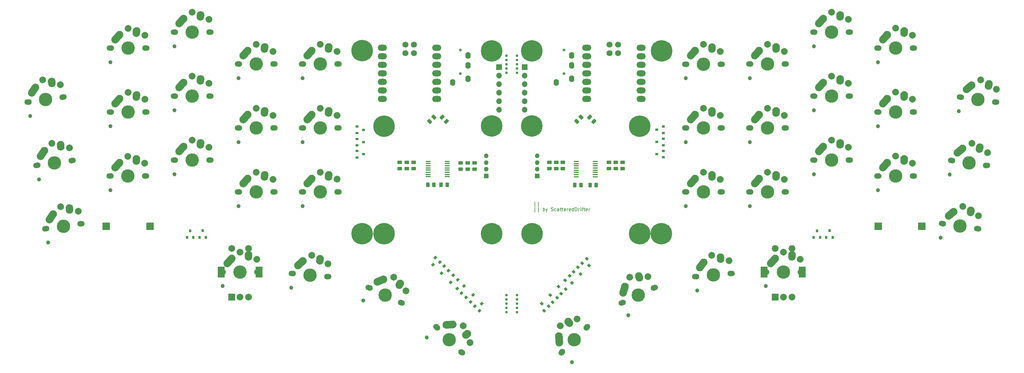
<source format=gbr>
G04 #@! TF.GenerationSoftware,KiCad,Pcbnew,(6.0.7)*
G04 #@! TF.CreationDate,2022-09-25T19:35:04+02:00*
G04 #@! TF.ProjectId,xiao_split,7869616f-5f73-4706-9c69-742e6b696361,rev?*
G04 #@! TF.SameCoordinates,Original*
G04 #@! TF.FileFunction,Soldermask,Top*
G04 #@! TF.FilePolarity,Negative*
%FSLAX46Y46*%
G04 Gerber Fmt 4.6, Leading zero omitted, Abs format (unit mm)*
G04 Created by KiCad (PCBNEW (6.0.7)) date 2022-09-25 19:35:04*
%MOMM*%
%LPD*%
G01*
G04 APERTURE LIST*
G04 Aperture macros list*
%AMRoundRect*
0 Rectangle with rounded corners*
0 $1 Rounding radius*
0 $2 $3 $4 $5 $6 $7 $8 $9 X,Y pos of 4 corners*
0 Add a 4 corners polygon primitive as box body*
4,1,4,$2,$3,$4,$5,$6,$7,$8,$9,$2,$3,0*
0 Add four circle primitives for the rounded corners*
1,1,$1+$1,$2,$3*
1,1,$1+$1,$4,$5*
1,1,$1+$1,$6,$7*
1,1,$1+$1,$8,$9*
0 Add four rect primitives between the rounded corners*
20,1,$1+$1,$2,$3,$4,$5,0*
20,1,$1+$1,$4,$5,$6,$7,0*
20,1,$1+$1,$6,$7,$8,$9,0*
20,1,$1+$1,$8,$9,$2,$3,0*%
%AMHorizOval*
0 Thick line with rounded ends*
0 $1 width*
0 $2 $3 position (X,Y) of the first rounded end (center of the circle)*
0 $4 $5 position (X,Y) of the second rounded end (center of the circle)*
0 Add line between two ends*
20,1,$1,$2,$3,$4,$5,0*
0 Add two circle primitives to create the rounded ends*
1,1,$1,$2,$3*
1,1,$1,$4,$5*%
%AMRotRect*
0 Rectangle, with rotation*
0 The origin of the aperture is its center*
0 $1 length*
0 $2 width*
0 $3 Rotation angle, in degrees counterclockwise*
0 Add horizontal line*
21,1,$1,$2,0,0,$3*%
G04 Aperture macros list end*
%ADD10C,0.150000*%
%ADD11C,1.750000*%
%ADD12C,3.987800*%
%ADD13C,1.700000*%
%ADD14C,1.200000*%
%ADD15C,2.000000*%
%ADD16HorizOval,2.250000X0.019771X0.290016X-0.019771X-0.290016X0*%
%ADD17C,2.250000*%
%ADD18HorizOval,2.250000X0.654995X0.730004X-0.654995X-0.730004X0*%
%ADD19RoundRect,0.250000X0.450000X-0.262500X0.450000X0.262500X-0.450000X0.262500X-0.450000X-0.262500X0*%
%ADD20R,1.350000X1.350000*%
%ADD21O,1.350000X1.350000*%
%ADD22RotRect,0.900000X0.800000X315.000000*%
%ADD23C,0.800000*%
%ADD24O,1.600000X2.000000*%
%ADD25RoundRect,0.250000X0.262500X0.450000X-0.262500X0.450000X-0.262500X-0.450000X0.262500X-0.450000X0*%
%ADD26RoundRect,0.250000X-0.132583X0.503814X-0.503814X0.132583X0.132583X-0.503814X0.503814X-0.132583X0*%
%ADD27RotRect,0.900000X0.800000X135.000000*%
%ADD28R,0.800000X0.900000*%
%ADD29RoundRect,0.250000X-0.450000X0.262500X-0.450000X-0.262500X0.450000X-0.262500X0.450000X0.262500X0*%
%ADD30C,0.787400*%
%ADD31RotRect,0.900000X0.800000X225.000000*%
%ADD32HorizOval,2.250000X-0.020784X0.289945X0.020784X-0.289945X0*%
%ADD33HorizOval,2.250000X0.547024X0.814058X-0.547024X-0.814058X0*%
%ADD34R,2.000000X3.200000*%
%ADD35R,2.000000X2.000000*%
%ADD36HorizOval,2.250000X-0.104647X0.271199X0.104647X-0.271199X0*%
%ADD37HorizOval,2.250000X0.285114X0.938422X-0.285114X-0.938422X0*%
%ADD38R,1.700000X1.700000*%
%ADD39O,1.700000X1.700000*%
%ADD40R,0.900000X0.800000*%
%ADD41RotRect,0.900000X0.800000X45.000000*%
%ADD42C,6.400000*%
%ADD43HorizOval,2.250000X0.044973X0.287189X-0.044973X-0.287189X0*%
%ADD44HorizOval,2.250000X0.716127X0.670140X-0.716127X-0.670140X0*%
%ADD45HorizOval,2.250000X0.059941X0.284442X-0.059941X-0.284442X0*%
%ADD46HorizOval,2.250000X0.750218X0.631742X-0.750218X-0.631742X0*%
%ADD47O,2.750000X1.800000*%
%ADD48C,1.800000*%
%ADD49RoundRect,0.250000X0.503814X0.132583X0.132583X0.503814X-0.503814X-0.132583X-0.132583X-0.503814X0*%
%ADD50RoundRect,0.100000X-0.637500X-0.100000X0.637500X-0.100000X0.637500X0.100000X-0.637500X0.100000X0*%
%ADD51R,2.300000X2.300000*%
%ADD52HorizOval,2.250000X0.219053X0.191092X-0.219053X-0.191092X0*%
%ADD53HorizOval,2.250000X0.979343X0.053039X-0.979343X-0.053039X0*%
%ADD54RoundRect,0.250000X-0.262500X-0.450000X0.262500X-0.450000X0.262500X0.450000X-0.262500X0.450000X0*%
%ADD55HorizOval,2.250000X-0.005580X0.290635X0.005580X-0.290635X0*%
%ADD56HorizOval,2.250000X0.588879X0.784313X-0.588879X-0.784313X0*%
%ADD57HorizOval,2.250000X-0.191092X0.219053X0.191092X-0.219053X0*%
%ADD58HorizOval,2.250000X-0.053039X0.979343X0.053039X-0.979343X0*%
%ADD59HorizOval,2.250000X0.140485X0.254488X-0.140485X-0.254488X0*%
%ADD60HorizOval,2.250000X0.902141X0.384796X-0.902141X-0.384796X0*%
G04 APERTURE END LIST*
D10*
X221613690Y-92520714D02*
X221613690Y-91092142D01*
X222566071Y-92520714D02*
X222566071Y-91092142D01*
X221613690Y-94130714D02*
X221613690Y-92702142D01*
X222566071Y-94130714D02*
X222566071Y-92702142D01*
X224042261Y-93797380D02*
X224042261Y-92797380D01*
X224042261Y-93178333D02*
X224137500Y-93130714D01*
X224327976Y-93130714D01*
X224423214Y-93178333D01*
X224470833Y-93225952D01*
X224518452Y-93321190D01*
X224518452Y-93606904D01*
X224470833Y-93702142D01*
X224423214Y-93749761D01*
X224327976Y-93797380D01*
X224137500Y-93797380D01*
X224042261Y-93749761D01*
X224851785Y-93130714D02*
X225089880Y-93797380D01*
X225327976Y-93130714D02*
X225089880Y-93797380D01*
X224994642Y-94035476D01*
X224947023Y-94083095D01*
X224851785Y-94130714D01*
X226423214Y-93749761D02*
X226566071Y-93797380D01*
X226804166Y-93797380D01*
X226899404Y-93749761D01*
X226947023Y-93702142D01*
X226994642Y-93606904D01*
X226994642Y-93511666D01*
X226947023Y-93416428D01*
X226899404Y-93368809D01*
X226804166Y-93321190D01*
X226613690Y-93273571D01*
X226518452Y-93225952D01*
X226470833Y-93178333D01*
X226423214Y-93083095D01*
X226423214Y-92987857D01*
X226470833Y-92892619D01*
X226518452Y-92845000D01*
X226613690Y-92797380D01*
X226851785Y-92797380D01*
X226994642Y-92845000D01*
X227851785Y-93749761D02*
X227756547Y-93797380D01*
X227566071Y-93797380D01*
X227470833Y-93749761D01*
X227423214Y-93702142D01*
X227375595Y-93606904D01*
X227375595Y-93321190D01*
X227423214Y-93225952D01*
X227470833Y-93178333D01*
X227566071Y-93130714D01*
X227756547Y-93130714D01*
X227851785Y-93178333D01*
X228708928Y-93797380D02*
X228708928Y-93273571D01*
X228661309Y-93178333D01*
X228566071Y-93130714D01*
X228375595Y-93130714D01*
X228280357Y-93178333D01*
X228708928Y-93749761D02*
X228613690Y-93797380D01*
X228375595Y-93797380D01*
X228280357Y-93749761D01*
X228232738Y-93654523D01*
X228232738Y-93559285D01*
X228280357Y-93464047D01*
X228375595Y-93416428D01*
X228613690Y-93416428D01*
X228708928Y-93368809D01*
X229042261Y-93130714D02*
X229423214Y-93130714D01*
X229185119Y-92797380D02*
X229185119Y-93654523D01*
X229232738Y-93749761D01*
X229327976Y-93797380D01*
X229423214Y-93797380D01*
X229613690Y-93130714D02*
X229994642Y-93130714D01*
X229756547Y-92797380D02*
X229756547Y-93654523D01*
X229804166Y-93749761D01*
X229899404Y-93797380D01*
X229994642Y-93797380D01*
X230708928Y-93749761D02*
X230613690Y-93797380D01*
X230423214Y-93797380D01*
X230327976Y-93749761D01*
X230280357Y-93654523D01*
X230280357Y-93273571D01*
X230327976Y-93178333D01*
X230423214Y-93130714D01*
X230613690Y-93130714D01*
X230708928Y-93178333D01*
X230756547Y-93273571D01*
X230756547Y-93368809D01*
X230280357Y-93464047D01*
X231185119Y-93797380D02*
X231185119Y-93130714D01*
X231185119Y-93321190D02*
X231232738Y-93225952D01*
X231280357Y-93178333D01*
X231375595Y-93130714D01*
X231470833Y-93130714D01*
X232185119Y-93749761D02*
X232089880Y-93797380D01*
X231899404Y-93797380D01*
X231804166Y-93749761D01*
X231756547Y-93654523D01*
X231756547Y-93273571D01*
X231804166Y-93178333D01*
X231899404Y-93130714D01*
X232089880Y-93130714D01*
X232185119Y-93178333D01*
X232232738Y-93273571D01*
X232232738Y-93368809D01*
X231756547Y-93464047D01*
X233089880Y-93797380D02*
X233089880Y-92797380D01*
X233089880Y-93749761D02*
X232994642Y-93797380D01*
X232804166Y-93797380D01*
X232708928Y-93749761D01*
X232661309Y-93702142D01*
X232613690Y-93606904D01*
X232613690Y-93321190D01*
X232661309Y-93225952D01*
X232708928Y-93178333D01*
X232804166Y-93130714D01*
X232994642Y-93130714D01*
X233089880Y-93178333D01*
X233566071Y-93797380D02*
X233566071Y-92797380D01*
X233804166Y-92797380D01*
X233947023Y-92845000D01*
X234042261Y-92940238D01*
X234089880Y-93035476D01*
X234137500Y-93225952D01*
X234137500Y-93368809D01*
X234089880Y-93559285D01*
X234042261Y-93654523D01*
X233947023Y-93749761D01*
X233804166Y-93797380D01*
X233566071Y-93797380D01*
X234566071Y-93797380D02*
X234566071Y-93130714D01*
X234566071Y-93321190D02*
X234613690Y-93225952D01*
X234661309Y-93178333D01*
X234756547Y-93130714D01*
X234851785Y-93130714D01*
X235185119Y-93797380D02*
X235185119Y-93130714D01*
X235185119Y-92797380D02*
X235137500Y-92845000D01*
X235185119Y-92892619D01*
X235232738Y-92845000D01*
X235185119Y-92797380D01*
X235185119Y-92892619D01*
X235518452Y-93130714D02*
X235899404Y-93130714D01*
X235661309Y-93797380D02*
X235661309Y-92940238D01*
X235708928Y-92845000D01*
X235804166Y-92797380D01*
X235899404Y-92797380D01*
X236089880Y-93130714D02*
X236470833Y-93130714D01*
X236232738Y-92797380D02*
X236232738Y-93654523D01*
X236280357Y-93749761D01*
X236375595Y-93797380D01*
X236470833Y-93797380D01*
X237185119Y-93749761D02*
X237089880Y-93797380D01*
X236899404Y-93797380D01*
X236804166Y-93749761D01*
X236756547Y-93654523D01*
X236756547Y-93273571D01*
X236804166Y-93178333D01*
X236899404Y-93130714D01*
X237089880Y-93130714D01*
X237185119Y-93178333D01*
X237232738Y-93273571D01*
X237232738Y-93368809D01*
X236756547Y-93464047D01*
X237661309Y-93797380D02*
X237661309Y-93130714D01*
X237661309Y-93321190D02*
X237708928Y-93225952D01*
X237756547Y-93178333D01*
X237851785Y-93130714D01*
X237947023Y-93130714D01*
D11*
G04 #@! TO.C,K12*
X124703235Y-78672271D03*
X114543235Y-78672271D03*
D12*
X119623235Y-78672271D03*
D13*
X125123235Y-78672271D03*
D14*
X114403235Y-82872271D03*
D13*
X114123235Y-78672271D03*
D15*
X124623235Y-74872271D03*
D16*
X122143006Y-73882255D03*
D17*
X122163235Y-73592271D03*
D15*
X119623235Y-72772271D03*
D17*
X117123235Y-74672271D03*
D18*
X116468230Y-75402267D03*
G04 #@! TD*
D11*
G04 #@! TO.C,K22*
X276780000Y-69142500D03*
D14*
X266480000Y-73342500D03*
D12*
X271700000Y-69142500D03*
D13*
X277200000Y-69142500D03*
D11*
X266620000Y-69142500D03*
D13*
X266200000Y-69142500D03*
D16*
X274219771Y-64352484D03*
D15*
X276700000Y-65342500D03*
D17*
X274240000Y-64062500D03*
D15*
X271700000Y-63242500D03*
D18*
X268544995Y-65872496D03*
D17*
X269200000Y-65142500D03*
G04 #@! TD*
D19*
G04 #@! TO.C,R8*
X183500000Y-81192500D03*
X183500000Y-79367500D03*
G04 #@! TD*
D20*
G04 #@! TO.C,J6*
X222240000Y-83400000D03*
D21*
X222240000Y-81400000D03*
X222240000Y-79400000D03*
X222240000Y-77400000D03*
G04 #@! TD*
D13*
G04 #@! TO.C,K27*
X296250000Y-88192500D03*
D12*
X290750000Y-88192500D03*
D11*
X285670000Y-88192500D03*
D14*
X285530000Y-92392500D03*
D11*
X295830000Y-88192500D03*
D13*
X285250000Y-88192500D03*
D17*
X293290000Y-83112500D03*
D16*
X293269771Y-83402484D03*
D15*
X295750000Y-84392500D03*
D17*
X288250000Y-84192500D03*
D18*
X287594995Y-84922496D03*
D15*
X290750000Y-82292500D03*
G04 #@! TD*
D22*
G04 #@! TO.C,D49*
X234414645Y-110573642D03*
X233071142Y-111917145D03*
X235157107Y-112659607D03*
G04 #@! TD*
D23*
G04 #@! TO.C,J1*
X199420000Y-52897500D03*
X199420000Y-45897500D03*
D24*
X201720000Y-47497500D03*
X197120000Y-55597500D03*
X201720000Y-50497500D03*
X201720000Y-54497500D03*
G04 #@! TD*
D23*
G04 #@! TO.C,J4*
X230220000Y-52897500D03*
X230220000Y-45897500D03*
D24*
X232520000Y-47497500D03*
X227920000Y-55597500D03*
X232520000Y-50497500D03*
X232520000Y-54497500D03*
G04 #@! TD*
D19*
G04 #@! TO.C,R16*
X227900000Y-81202500D03*
X227900000Y-79377500D03*
G04 #@! TD*
D25*
G04 #@! TO.C,R2*
X195482500Y-86080000D03*
X193657500Y-86080000D03*
G04 #@! TD*
D26*
G04 #@! TO.C,R7*
X191515235Y-65854765D03*
X190224765Y-67145235D03*
G04 #@! TD*
D27*
G04 #@! TO.C,D60*
X224335355Y-123511358D03*
X225678858Y-122167855D03*
X223592893Y-121425393D03*
G04 #@! TD*
D13*
G04 #@! TO.C,K8*
X95050000Y-83434771D03*
D12*
X100550000Y-83434771D03*
D11*
X105630000Y-83434771D03*
D13*
X106050000Y-83434771D03*
D14*
X95330000Y-87634771D03*
D11*
X95470000Y-83434771D03*
D15*
X105550000Y-79634771D03*
D16*
X103069771Y-78644755D03*
D17*
X103090000Y-78354771D03*
D18*
X97394995Y-80164767D03*
D15*
X100550000Y-77534771D03*
D17*
X98050000Y-79434771D03*
G04 #@! TD*
D12*
G04 #@! TO.C,K14*
X138673235Y-50097271D03*
D11*
X133593235Y-50097271D03*
D13*
X133173235Y-50097271D03*
D11*
X143753235Y-50097271D03*
D14*
X133453235Y-54297271D03*
D13*
X144173235Y-50097271D03*
D17*
X141213235Y-45017271D03*
D15*
X143673235Y-46297271D03*
D16*
X141193006Y-45307255D03*
D18*
X135518230Y-46827267D03*
D17*
X136173235Y-46097271D03*
D15*
X138673235Y-44197271D03*
G04 #@! TD*
D28*
G04 #@! TO.C,D5*
X118110000Y-101730000D03*
X120010000Y-101730000D03*
X119060000Y-99730000D03*
G04 #@! TD*
D13*
G04 #@! TO.C,K7*
X106073235Y-64384771D03*
D11*
X105653235Y-64384771D03*
D14*
X95353235Y-68584771D03*
D12*
X100573235Y-64384771D03*
D11*
X95493235Y-64384771D03*
D13*
X95073235Y-64384771D03*
D17*
X103113235Y-59304771D03*
D15*
X105573235Y-60584771D03*
D16*
X103093006Y-59594755D03*
D18*
X97418230Y-61114767D03*
D15*
X100573235Y-58484771D03*
D17*
X98073235Y-60384771D03*
G04 #@! TD*
D13*
G04 #@! TO.C,K32*
X301012500Y-112005000D03*
D12*
X295512500Y-112005000D03*
D11*
X300592500Y-112005000D03*
D13*
X290012500Y-112005000D03*
D11*
X290432500Y-112005000D03*
D14*
X290292500Y-116205000D03*
D16*
X298032271Y-107214984D03*
D15*
X300512500Y-108205000D03*
D17*
X298052500Y-106925000D03*
D15*
X295512500Y-106105000D03*
D17*
X293012500Y-108005000D03*
D18*
X292357495Y-108734996D03*
G04 #@! TD*
D19*
G04 #@! TO.C,R6*
X201570000Y-81352500D03*
X201570000Y-79527500D03*
G04 #@! TD*
D11*
G04 #@! TO.C,K6*
X105653235Y-45334771D03*
D13*
X95073235Y-45334771D03*
D12*
X100573235Y-45334771D03*
D11*
X95493235Y-45334771D03*
D13*
X106073235Y-45334771D03*
D14*
X95353235Y-49534771D03*
D15*
X105573235Y-41534771D03*
D17*
X103113235Y-40254771D03*
D16*
X103093006Y-40544755D03*
D17*
X98073235Y-41334771D03*
D18*
X97418230Y-42064767D03*
D15*
X100573235Y-39434771D03*
G04 #@! TD*
D29*
G04 #@! TO.C,R15*
X245610000Y-79377500D03*
X245610000Y-81202500D03*
G04 #@! TD*
D19*
G04 #@! TO.C,R1*
X199490000Y-81352500D03*
X199490000Y-79527500D03*
G04 #@! TD*
D30*
G04 #@! TO.C,REF\u002A\u002A*
X216235150Y-120120000D03*
X216235150Y-122660000D03*
X216235150Y-118850000D03*
X216235150Y-121390000D03*
X216235150Y-123930000D03*
G04 #@! TD*
D31*
G04 #@! TO.C,D29*
X198638858Y-114304645D03*
X197295355Y-112961142D03*
X196552893Y-115047107D03*
G04 #@! TD*
D13*
G04 #@! TO.C,K2*
X70603526Y-61425452D03*
D11*
X71019438Y-61366999D03*
D13*
X81496474Y-59894548D03*
D14*
X71465328Y-65545609D03*
D11*
X81080562Y-59953001D03*
D12*
X76050000Y-60660000D03*
D32*
X77878607Y-55565916D03*
D17*
X77858282Y-55275939D03*
D15*
X80472483Y-56201116D03*
X75228879Y-54817418D03*
D33*
X72470603Y-57860911D03*
D17*
X73017637Y-57046860D03*
G04 #@! TD*
D34*
G04 #@! TO.C,SW1*
X128310735Y-112009771D03*
X139510735Y-112009771D03*
D35*
X131410735Y-119509771D03*
D15*
X136410735Y-119509771D03*
X133910735Y-119509771D03*
X136410735Y-105009771D03*
X131410735Y-105009771D03*
G04 #@! TD*
D11*
G04 #@! TO.C,K35*
X323770000Y-83430000D03*
D13*
X323350000Y-83430000D03*
X334350000Y-83430000D03*
D11*
X333930000Y-83430000D03*
D12*
X328850000Y-83430000D03*
D14*
X323630000Y-87630000D03*
D16*
X331369771Y-78639984D03*
D15*
X333850000Y-79630000D03*
D17*
X331390000Y-78350000D03*
D18*
X325694995Y-80159996D03*
D15*
X328850000Y-77530000D03*
D17*
X326350000Y-79430000D03*
G04 #@! TD*
D19*
G04 #@! TO.C,R18*
X225900000Y-81202500D03*
X225900000Y-79377500D03*
G04 #@! TD*
D14*
G04 #@! TO.C,K24*
X249360553Y-124916906D03*
D12*
X252316483Y-118904346D03*
D11*
X256920527Y-116757445D03*
X247712439Y-121051247D03*
D13*
X257301176Y-116579946D03*
X247331790Y-121228746D03*
D15*
X255242073Y-113347285D03*
D17*
X252471604Y-113226852D03*
D36*
X252575823Y-113498216D03*
D15*
X249823035Y-113557130D03*
D37*
X248075114Y-117274078D03*
D17*
X248360240Y-116335661D03*
G04 #@! TD*
D38*
G04 #@! TO.C,J5*
X218530000Y-50980000D03*
D39*
X218530000Y-53520000D03*
X218530000Y-56060000D03*
X218530000Y-58600000D03*
X218530000Y-61140000D03*
X218530000Y-63680000D03*
G04 #@! TD*
D40*
G04 #@! TO.C,D6*
X168640000Y-75980000D03*
X168640000Y-77880000D03*
X170640000Y-76930000D03*
G04 #@! TD*
D11*
G04 #@! TO.C,K1*
X138990735Y-112009771D03*
D14*
X128690735Y-116209771D03*
D13*
X128410735Y-112009771D03*
D12*
X133910735Y-112009771D03*
D11*
X128830735Y-112009771D03*
D13*
X139410735Y-112009771D03*
D16*
X136430506Y-107219755D03*
D17*
X136450735Y-106929771D03*
D15*
X138910735Y-108209771D03*
X133910735Y-106109771D03*
D18*
X130755730Y-108739767D03*
D17*
X131410735Y-108009771D03*
G04 #@! TD*
D22*
G04 #@! TO.C,D37*
X231884645Y-113121142D03*
X230541142Y-114464645D03*
X232627107Y-115207107D03*
G04 #@! TD*
D28*
G04 #@! TO.C,D17*
X121850000Y-101680000D03*
X123750000Y-101680000D03*
X122800000Y-99680000D03*
G04 #@! TD*
D41*
G04 #@! TO.C,D8*
X203711142Y-122185355D03*
X205054645Y-123528858D03*
X205797107Y-121442893D03*
G04 #@! TD*
D11*
G04 #@! TO.C,K21*
X276790000Y-50100000D03*
D13*
X277210000Y-50100000D03*
D11*
X266630000Y-50100000D03*
D14*
X266490000Y-54300000D03*
D12*
X271710000Y-50100000D03*
D13*
X266210000Y-50100000D03*
D15*
X276710000Y-46300000D03*
D17*
X274250000Y-45020000D03*
D16*
X274229771Y-45309984D03*
D15*
X271710000Y-44200000D03*
D18*
X268554995Y-46829996D03*
D17*
X269210000Y-46100000D03*
G04 #@! TD*
D23*
G04 #@! TO.C,REF\u002A\u002A*
X167830000Y-100590000D03*
X171927056Y-98892944D03*
X168532944Y-98892944D03*
X168532944Y-102287056D03*
D42*
X170230000Y-100590000D03*
D23*
X171927056Y-102287056D03*
X170230000Y-98190000D03*
X172630000Y-100590000D03*
X170230000Y-102990000D03*
G04 #@! TD*
D27*
G04 #@! TO.C,D50*
X226875355Y-120971358D03*
X228218858Y-119627855D03*
X226132893Y-118885393D03*
G04 #@! TD*
D23*
G04 #@! TO.C,REF\u002A\u002A*
X208700000Y-48520000D03*
D42*
X208700000Y-46120000D03*
D23*
X207002944Y-44422944D03*
X208700000Y-43720000D03*
X210397056Y-47817056D03*
X211100000Y-46120000D03*
X206300000Y-46120000D03*
X210397056Y-44422944D03*
X207002944Y-47817056D03*
G04 #@! TD*
D11*
G04 #@! TO.C,K5*
X149659331Y-112487249D03*
D14*
X149153810Y-116659065D03*
D11*
X159780669Y-113372751D03*
D13*
X160199071Y-113409357D03*
D12*
X154720000Y-112930000D03*
D13*
X149240929Y-112450643D03*
D17*
X157693086Y-108090707D03*
D15*
X160032165Y-109580239D03*
D43*
X157647661Y-108377824D03*
D44*
X151862001Y-109397462D03*
D15*
X155234219Y-107052451D03*
D17*
X152578136Y-108727332D03*
G04 #@! TD*
D28*
G04 #@! TO.C,D47*
X308240000Y-101702500D03*
X310140000Y-101702500D03*
X309190000Y-99702500D03*
G04 #@! TD*
D12*
G04 #@! TO.C,K37*
X350698978Y-79539005D03*
D11*
X345668416Y-78832006D03*
X355729540Y-80246004D03*
D13*
X345252504Y-78773553D03*
D14*
X344945252Y-82971647D03*
D13*
X356145452Y-80304457D03*
D15*
X356179176Y-76471852D03*
D45*
X353860868Y-75146289D03*
D17*
X353921258Y-74861943D03*
X348780000Y-75230000D03*
D46*
X348029774Y-75861733D03*
D15*
X351520099Y-73696423D03*
G04 #@! TD*
D38*
G04 #@! TO.C,J2*
X210910000Y-50980000D03*
D39*
X210910000Y-53520000D03*
X210910000Y-56060000D03*
X210910000Y-58600000D03*
X210910000Y-61140000D03*
X210910000Y-63680000D03*
G04 #@! TD*
D29*
G04 #@! TO.C,R10*
X185510000Y-79367500D03*
X185510000Y-81192500D03*
G04 #@! TD*
D40*
G04 #@! TO.C,D18*
X168640000Y-72370000D03*
X168640000Y-74270000D03*
X170640000Y-73320000D03*
G04 #@! TD*
D47*
G04 #@! TO.C,M2*
X236975000Y-45240000D03*
X236975000Y-47780000D03*
X236975000Y-50320000D03*
X236975000Y-52860000D03*
X236975000Y-55400000D03*
X236975000Y-57940000D03*
X236975000Y-60480000D03*
X253165000Y-60480000D03*
X253165000Y-57940000D03*
X253165000Y-55400000D03*
X253165000Y-52860000D03*
X253165000Y-50320000D03*
X253165000Y-47780000D03*
X253165000Y-45240000D03*
D48*
X243800000Y-44288000D03*
X246340000Y-44288000D03*
X243800000Y-46828000D03*
X246340000Y-46828000D03*
G04 #@! TD*
D14*
G04 #@! TO.C,K16*
X133450000Y-92397271D03*
D13*
X144170000Y-88197271D03*
D12*
X138670000Y-88197271D03*
D11*
X143750000Y-88197271D03*
D13*
X133170000Y-88197271D03*
D11*
X133590000Y-88197271D03*
D16*
X141189771Y-83407255D03*
D17*
X141210000Y-83117271D03*
D15*
X143670000Y-84397271D03*
D17*
X136170000Y-84197271D03*
D15*
X138670000Y-82297271D03*
D18*
X135514995Y-84927267D03*
G04 #@! TD*
D11*
G04 #@! TO.C,K17*
X162803235Y-50097271D03*
X152643235Y-50097271D03*
D12*
X157723235Y-50097271D03*
D14*
X152503235Y-54297271D03*
D13*
X152223235Y-50097271D03*
X163223235Y-50097271D03*
D17*
X160263235Y-45017271D03*
D15*
X162723235Y-46297271D03*
D16*
X160243006Y-45307255D03*
D18*
X154568230Y-46827267D03*
D17*
X155223235Y-46097271D03*
D15*
X157723235Y-44197271D03*
G04 #@! TD*
D23*
G04 #@! TO.C,REF\u002A\u002A*
X206330000Y-100600000D03*
X207032944Y-98902944D03*
X207032944Y-102297056D03*
X208730000Y-98200000D03*
X211130000Y-100600000D03*
X208730000Y-103000000D03*
D42*
X208730000Y-100600000D03*
D23*
X210427056Y-102297056D03*
X210427056Y-98902944D03*
G04 #@! TD*
D12*
G04 #@! TO.C,K18*
X157723235Y-69147271D03*
D13*
X152223235Y-69147271D03*
D14*
X152503235Y-73347271D03*
D13*
X163223235Y-69147271D03*
D11*
X152643235Y-69147271D03*
X162803235Y-69147271D03*
D17*
X160263235Y-64067271D03*
D15*
X162723235Y-65347271D03*
D16*
X160243006Y-64357255D03*
D15*
X157723235Y-63247271D03*
D18*
X154568230Y-65877267D03*
D17*
X155223235Y-65147271D03*
G04 #@! TD*
D29*
G04 #@! TO.C,R20*
X229900000Y-79377500D03*
X229900000Y-81202500D03*
G04 #@! TD*
D31*
G04 #@! TO.C,D19*
X195888858Y-111604645D03*
X194545355Y-110261142D03*
X193802893Y-112347107D03*
G04 #@! TD*
D49*
G04 #@! TO.C,R9*
X195275235Y-67145235D03*
X193984765Y-65854765D03*
G04 #@! TD*
D40*
G04 #@! TO.C,D48*
X259800000Y-74242500D03*
X259800000Y-72342500D03*
X257800000Y-73292500D03*
G04 #@! TD*
D42*
G04 #@! TO.C,REF\u002A\u002A*
X170170000Y-46100000D03*
D23*
X168472944Y-47797056D03*
X170170000Y-48500000D03*
X172570000Y-46100000D03*
X170170000Y-43700000D03*
X171867056Y-47797056D03*
X167770000Y-46100000D03*
X171867056Y-44402944D03*
X168472944Y-44402944D03*
G04 #@! TD*
D50*
G04 #@! TO.C,U1*
X189827500Y-79075000D03*
X189827500Y-79725000D03*
X189827500Y-80375000D03*
X189827500Y-81025000D03*
X189827500Y-81675000D03*
X189827500Y-82325000D03*
X189827500Y-82975000D03*
X189827500Y-83625000D03*
X195552500Y-83625000D03*
X195552500Y-82975000D03*
X195552500Y-82325000D03*
X195552500Y-81675000D03*
X195552500Y-81025000D03*
X195552500Y-80375000D03*
X195552500Y-79725000D03*
X195552500Y-79075000D03*
G04 #@! TD*
D51*
G04 #@! TO.C,LS1*
X94090000Y-98370000D03*
X107090000Y-98370000D03*
G04 #@! TD*
D11*
G04 #@! TO.C,K11*
X124703235Y-59622271D03*
D13*
X114123235Y-59622271D03*
D14*
X114403235Y-63822271D03*
D11*
X114543235Y-59622271D03*
D12*
X119623235Y-59622271D03*
D13*
X125123235Y-59622271D03*
D17*
X122163235Y-54542271D03*
D16*
X122143006Y-54832255D03*
D15*
X124623235Y-55822271D03*
D17*
X117123235Y-55622271D03*
D15*
X119623235Y-53722271D03*
D18*
X116468230Y-56352267D03*
G04 #@! TD*
D12*
G04 #@! TO.C,K23*
X271700000Y-88192500D03*
D11*
X276780000Y-88192500D03*
D14*
X266480000Y-92392500D03*
D13*
X277200000Y-88192500D03*
X266200000Y-88192500D03*
D11*
X266620000Y-88192500D03*
D15*
X276700000Y-84392500D03*
D17*
X274240000Y-83112500D03*
D16*
X274219771Y-83402484D03*
D17*
X269200000Y-84192500D03*
D15*
X271700000Y-82292500D03*
D18*
X268544995Y-84922496D03*
G04 #@! TD*
D11*
G04 #@! TO.C,K36*
X348339438Y-59965583D03*
D12*
X353370000Y-60672582D03*
D13*
X347923526Y-59907130D03*
D11*
X358400562Y-61379581D03*
D14*
X347616274Y-64105224D03*
D13*
X358816474Y-61438034D03*
D15*
X358850198Y-57605429D03*
D45*
X356531890Y-56279866D03*
D17*
X356592280Y-55995520D03*
X351451022Y-56363577D03*
D15*
X354191121Y-54830000D03*
D46*
X350700796Y-56995310D03*
G04 #@! TD*
D19*
G04 #@! TO.C,R14*
X243580000Y-81202500D03*
X243580000Y-79377500D03*
G04 #@! TD*
D11*
G04 #@! TO.C,K15*
X133593235Y-69147271D03*
X143753235Y-69147271D03*
D13*
X133173235Y-69147271D03*
D14*
X133453235Y-73347271D03*
D13*
X144173235Y-69147271D03*
D12*
X138673235Y-69147271D03*
D15*
X143673235Y-65347271D03*
D16*
X141193006Y-64357255D03*
D17*
X141213235Y-64067271D03*
D15*
X138673235Y-63247271D03*
D17*
X136173235Y-65147271D03*
D18*
X135518230Y-65877267D03*
G04 #@! TD*
D20*
G04 #@! TO.C,J3*
X207130000Y-83400000D03*
D21*
X207130000Y-81400000D03*
X207130000Y-79400000D03*
X207130000Y-77400000D03*
G04 #@! TD*
D40*
G04 #@! TO.C,D58*
X259800000Y-77852500D03*
X259800000Y-75952500D03*
X257800000Y-76902500D03*
G04 #@! TD*
D49*
G04 #@! TO.C,R17*
X239135235Y-67145235D03*
X237844765Y-65854765D03*
G04 #@! TD*
D13*
G04 #@! TO.C,K25*
X285250000Y-50092500D03*
D14*
X285530000Y-54292500D03*
D11*
X285670000Y-50092500D03*
D12*
X290750000Y-50092500D03*
D11*
X295830000Y-50092500D03*
D13*
X296250000Y-50092500D03*
D15*
X295750000Y-46292500D03*
D17*
X293290000Y-45012500D03*
D16*
X293269771Y-45302484D03*
D15*
X290750000Y-44192500D03*
D17*
X288250000Y-46092500D03*
D18*
X287594995Y-46822496D03*
G04 #@! TD*
D30*
G04 #@! TO.C,REF\u002A\u002A*
X216245150Y-52720000D03*
X216245150Y-51450000D03*
X216245150Y-47640000D03*
X216245150Y-50180000D03*
X216245150Y-48910000D03*
G04 #@! TD*
D19*
G04 #@! TO.C,R3*
X181360000Y-81192500D03*
X181360000Y-79367500D03*
G04 #@! TD*
D14*
G04 #@! TO.C,K13*
X189439054Y-131478751D03*
D11*
X192507898Y-128607898D03*
D13*
X199989087Y-136089087D03*
D11*
X199692102Y-135792102D03*
D12*
X196100000Y-132200000D03*
D13*
X192210913Y-128310913D03*
D15*
X202322540Y-133048528D03*
D17*
X201488154Y-130403949D03*
D52*
X201268800Y-130594694D03*
D53*
X196181317Y-127656833D03*
D15*
X200271930Y-128028070D03*
D17*
X197160660Y-127603806D03*
G04 #@! TD*
D41*
G04 #@! TO.C,D20*
X201091142Y-119565355D03*
X202434645Y-120908858D03*
X203177107Y-118822893D03*
G04 #@! TD*
G04 #@! TO.C,D30*
X198441142Y-116935355D03*
X199784645Y-118278858D03*
X200527107Y-116192893D03*
G04 #@! TD*
D25*
G04 #@! TO.C,R11*
X239812500Y-86090000D03*
X237987500Y-86090000D03*
G04 #@! TD*
D11*
G04 #@! TO.C,K10*
X124703235Y-40572271D03*
D13*
X114123235Y-40572271D03*
D12*
X119623235Y-40572271D03*
D14*
X114403235Y-44772271D03*
D13*
X125123235Y-40572271D03*
D11*
X114543235Y-40572271D03*
D16*
X122143006Y-35782255D03*
D15*
X124623235Y-36772271D03*
D17*
X122163235Y-35492271D03*
D15*
X119623235Y-34672271D03*
D17*
X117123235Y-36572271D03*
D18*
X116468230Y-37302267D03*
G04 #@! TD*
D31*
G04 #@! TO.C,D7*
X193328858Y-109054645D03*
X191985355Y-107711142D03*
X191242893Y-109797107D03*
G04 #@! TD*
D54*
G04 #@! TO.C,R13*
X233440000Y-86090000D03*
X235265000Y-86090000D03*
G04 #@! TD*
D11*
G04 #@! TO.C,K30*
X304720000Y-59617500D03*
D14*
X304580000Y-63817500D03*
D12*
X309800000Y-59617500D03*
D11*
X314880000Y-59617500D03*
D13*
X315300000Y-59617500D03*
X304300000Y-59617500D03*
D17*
X312340000Y-54537500D03*
D15*
X314800000Y-55817500D03*
D16*
X312319771Y-54827484D03*
D17*
X307300000Y-55617500D03*
D15*
X309800000Y-53717500D03*
D18*
X306644995Y-56347496D03*
G04 #@! TD*
D51*
G04 #@! TO.C,LS2*
X323670000Y-98370000D03*
X336670000Y-98370000D03*
G04 #@! TD*
D11*
G04 #@! TO.C,K31*
X304720000Y-78667500D03*
D13*
X304300000Y-78667500D03*
D12*
X309800000Y-78667500D03*
D14*
X304580000Y-82867500D03*
D13*
X315300000Y-78667500D03*
D11*
X314880000Y-78667500D03*
D17*
X312340000Y-73587500D03*
D16*
X312319771Y-73877484D03*
D15*
X314800000Y-74867500D03*
X309800000Y-72767500D03*
D17*
X307300000Y-74667500D03*
D18*
X306644995Y-75397496D03*
G04 #@! TD*
D11*
G04 #@! TO.C,K3*
X83730562Y-78813001D03*
D13*
X73253526Y-80285452D03*
X84146474Y-78754548D03*
D12*
X78700000Y-79520000D03*
D14*
X74115328Y-84405609D03*
D11*
X73669438Y-80226999D03*
D32*
X80528607Y-74425916D03*
D17*
X80508282Y-74135939D03*
D15*
X83122483Y-75061116D03*
D17*
X75667637Y-75906860D03*
D15*
X77878879Y-73677418D03*
D33*
X75120603Y-76720911D03*
G04 #@! TD*
D22*
G04 #@! TO.C,D59*
X236974645Y-108033642D03*
X235631142Y-109377145D03*
X237717107Y-110119607D03*
G04 #@! TD*
D14*
G04 #@! TO.C,K28*
X269835918Y-117541471D03*
D12*
X274670000Y-112902500D03*
D11*
X269609331Y-113345251D03*
X279730669Y-112459749D03*
D13*
X280149071Y-112423143D03*
X269190929Y-113381857D03*
D15*
X279319782Y-108681181D03*
D55*
X276762706Y-107911100D03*
D17*
X276757583Y-107620455D03*
X271830890Y-109135611D03*
D15*
X274155781Y-107024951D03*
D56*
X271242002Y-109919916D03*
G04 #@! TD*
D19*
G04 #@! TO.C,R4*
X203600000Y-81352500D03*
X203600000Y-79527500D03*
G04 #@! TD*
D23*
G04 #@! TO.C,REF\u002A\u002A*
X174300000Y-100600000D03*
D42*
X176700000Y-100600000D03*
D23*
X176700000Y-98200000D03*
X178397056Y-102297056D03*
X175002944Y-98902944D03*
X176700000Y-103000000D03*
X179100000Y-100600000D03*
X178397056Y-98902944D03*
X175002944Y-102297056D03*
G04 #@! TD*
D14*
G04 #@! TO.C,K20*
X232588751Y-138843446D03*
D13*
X229420913Y-136071587D03*
D11*
X229717898Y-135774602D03*
D12*
X233310000Y-132182500D03*
D13*
X237199087Y-128293413D03*
D11*
X236902102Y-128590398D03*
D57*
X231704694Y-127013700D03*
D17*
X231513949Y-126794346D03*
D15*
X234158528Y-125959960D03*
X229138070Y-128010570D03*
D58*
X228766833Y-132101183D03*
D17*
X228713806Y-131121840D03*
G04 #@! TD*
D47*
G04 #@! TO.C,M1*
X176225000Y-45254907D03*
X176225000Y-47794907D03*
X176225000Y-50334907D03*
X176225000Y-52874907D03*
X176225000Y-55414907D03*
X176225000Y-57954907D03*
X176225000Y-60494907D03*
X192415000Y-60494907D03*
X192415000Y-57954907D03*
X192415000Y-55414907D03*
X192415000Y-52874907D03*
X192415000Y-50334907D03*
X192415000Y-47794907D03*
X192415000Y-45254907D03*
D48*
X183050000Y-44302907D03*
X185590000Y-44302907D03*
X183050000Y-46842907D03*
X185590000Y-46842907D03*
G04 #@! TD*
D34*
G04 #@! TO.C,SW2*
X301112500Y-112002500D03*
X289712500Y-112002500D03*
D35*
X293012500Y-119502500D03*
D15*
X298012500Y-119502500D03*
X295512500Y-119502500D03*
X298012500Y-105002500D03*
X293012500Y-105002500D03*
G04 #@! TD*
D11*
G04 #@! TO.C,K34*
X323770000Y-64380000D03*
D12*
X328850000Y-64380000D03*
D13*
X323350000Y-64380000D03*
D14*
X323630000Y-68580000D03*
D11*
X333930000Y-64380000D03*
D13*
X334350000Y-64380000D03*
D16*
X331369771Y-59589984D03*
D15*
X333850000Y-60580000D03*
D17*
X331390000Y-59300000D03*
D15*
X328850000Y-58480000D03*
D18*
X325694995Y-61109996D03*
D17*
X326350000Y-60380000D03*
G04 #@! TD*
D28*
G04 #@! TO.C,D35*
X304520000Y-101730000D03*
X306420000Y-101730000D03*
X305470000Y-99730000D03*
G04 #@! TD*
D13*
G04 #@! TO.C,K38*
X353475896Y-99120982D03*
D11*
X353059984Y-99062529D03*
X342998860Y-97648531D03*
D13*
X342582948Y-97590078D03*
D14*
X342275696Y-101788172D03*
D12*
X348029422Y-98355530D03*
D45*
X351191312Y-93962814D03*
D15*
X353509620Y-95288377D03*
D17*
X351251702Y-93678468D03*
D15*
X348850543Y-92512948D03*
D46*
X345360218Y-94678258D03*
D17*
X346110444Y-94046525D03*
G04 #@! TD*
D50*
G04 #@! TO.C,U2*
X233847500Y-79085000D03*
X233847500Y-79735000D03*
X233847500Y-80385000D03*
X233847500Y-81035000D03*
X233847500Y-81685000D03*
X233847500Y-82335000D03*
X233847500Y-82985000D03*
X233847500Y-83635000D03*
X239572500Y-83635000D03*
X239572500Y-82985000D03*
X239572500Y-82335000D03*
X239572500Y-81685000D03*
X239572500Y-81035000D03*
X239572500Y-80385000D03*
X239572500Y-79735000D03*
X239572500Y-79085000D03*
G04 #@! TD*
D13*
G04 #@! TO.C,K29*
X304300000Y-40567500D03*
D14*
X304580000Y-44767500D03*
D11*
X314880000Y-40567500D03*
X304720000Y-40567500D03*
D12*
X309800000Y-40567500D03*
D13*
X315300000Y-40567500D03*
D16*
X312319771Y-35777484D03*
D15*
X314800000Y-36767500D03*
D17*
X312340000Y-35487500D03*
X307300000Y-36567500D03*
D15*
X309800000Y-34667500D03*
D18*
X306644995Y-37297496D03*
G04 #@! TD*
D23*
G04 #@! TO.C,REF\u002A\u002A*
X179130000Y-68590000D03*
X175032944Y-66892944D03*
X178427056Y-66892944D03*
X178427056Y-70287056D03*
X176730000Y-66190000D03*
X175032944Y-70287056D03*
X176730000Y-70990000D03*
D42*
X176730000Y-68590000D03*
D23*
X174330000Y-68590000D03*
G04 #@! TD*
D13*
G04 #@! TO.C,K33*
X323350000Y-45330000D03*
X334350000Y-45330000D03*
D12*
X328850000Y-45330000D03*
D11*
X323770000Y-45330000D03*
X333930000Y-45330000D03*
D14*
X323630000Y-49530000D03*
D15*
X333850000Y-41530000D03*
D17*
X331390000Y-40250000D03*
D16*
X331369771Y-40539984D03*
D15*
X328850000Y-39430000D03*
D17*
X326350000Y-41330000D03*
D18*
X325694995Y-42059996D03*
G04 #@! TD*
D13*
G04 #@! TO.C,K4*
X86806474Y-97604548D03*
D14*
X76775328Y-103255609D03*
D11*
X76329438Y-99076999D03*
D12*
X81360000Y-98370000D03*
D11*
X86390562Y-97663001D03*
D13*
X75913526Y-99135452D03*
D15*
X85782483Y-93911116D03*
D17*
X83168282Y-92985939D03*
D32*
X83188607Y-93275916D03*
D15*
X80538879Y-92527418D03*
D33*
X77780603Y-95570911D03*
D17*
X78327637Y-94756860D03*
G04 #@! TD*
D23*
G04 #@! TO.C,REF\u002A\u002A*
X218952944Y-47817056D03*
X222347056Y-47817056D03*
X223050000Y-46120000D03*
X220650000Y-48520000D03*
X218250000Y-46120000D03*
D42*
X220650000Y-46120000D03*
D23*
X220650000Y-43720000D03*
X218952944Y-44422944D03*
X222347056Y-44422944D03*
G04 #@! TD*
D26*
G04 #@! TO.C,R19*
X235345235Y-65854765D03*
X234054765Y-67145235D03*
G04 #@! TD*
D27*
G04 #@! TO.C,D38*
X229385355Y-118431358D03*
X230728858Y-117087855D03*
X228642893Y-116345393D03*
G04 #@! TD*
D25*
G04 #@! TO.C,R5*
X191542500Y-86080000D03*
X189717500Y-86080000D03*
G04 #@! TD*
D30*
G04 #@! TO.C,REF\u002A\u002A*
X213156000Y-120120000D03*
X213156000Y-118850000D03*
X213156000Y-121390000D03*
X213156000Y-122660000D03*
X213156000Y-123930000D03*
G04 #@! TD*
D40*
G04 #@! TO.C,D36*
X259800000Y-70600000D03*
X259800000Y-68700000D03*
X257800000Y-69650000D03*
G04 #@! TD*
G04 #@! TO.C,D28*
X168640000Y-68720000D03*
X168640000Y-70620000D03*
X170640000Y-69670000D03*
G04 #@! TD*
D11*
G04 #@! TO.C,K19*
X162803235Y-88180000D03*
X152643235Y-88180000D03*
D13*
X152223235Y-88180000D03*
D12*
X157723235Y-88180000D03*
D13*
X163223235Y-88180000D03*
D14*
X152503235Y-92380000D03*
D15*
X162723235Y-84380000D03*
D16*
X160243006Y-83389984D03*
D17*
X160263235Y-83100000D03*
D18*
X154568230Y-84909996D03*
D17*
X155223235Y-84180000D03*
D15*
X157723235Y-82280000D03*
G04 #@! TD*
D30*
G04 #@! TO.C,REF\u002A\u002A*
X213154850Y-50180000D03*
X213154850Y-52720000D03*
X213154850Y-51450000D03*
X213154850Y-48910000D03*
X213154850Y-47640000D03*
G04 #@! TD*
D14*
G04 #@! TO.C,K26*
X285530000Y-73342500D03*
D13*
X296250000Y-69142500D03*
D11*
X285670000Y-69142500D03*
D12*
X290750000Y-69142500D03*
D11*
X295830000Y-69142500D03*
D13*
X285250000Y-69142500D03*
D15*
X295750000Y-65342500D03*
D17*
X293290000Y-64062500D03*
D16*
X293269771Y-64352484D03*
D17*
X288250000Y-65142500D03*
D15*
X290750000Y-63242500D03*
D18*
X287594995Y-65872496D03*
G04 #@! TD*
D13*
G04 #@! TO.C,K9*
X182064693Y-121234400D03*
D11*
X172475956Y-116763099D03*
D12*
X177080000Y-118910000D03*
D11*
X181684044Y-121056901D03*
D14*
X170574077Y-120510425D03*
D13*
X172095307Y-116585600D03*
D17*
X181528923Y-115379407D03*
D59*
X181388037Y-115633673D03*
D15*
X183217488Y-117579122D03*
X179573448Y-113562784D03*
D60*
X175602559Y-114613007D03*
D17*
X176504704Y-114228223D03*
G04 #@! TD*
D23*
G04 #@! TO.C,REF\u002A\u002A*
X208750000Y-66140000D03*
X207052944Y-66842944D03*
X208750000Y-70940000D03*
D42*
X208750000Y-68540000D03*
D23*
X210447056Y-66842944D03*
X210447056Y-70237056D03*
X207052944Y-70237056D03*
X206350000Y-68540000D03*
X211150000Y-68540000D03*
G04 #@! TD*
G04 #@! TO.C,REF\u002A\u002A*
X259260000Y-48520000D03*
X260957056Y-44422944D03*
D42*
X259260000Y-46120000D03*
D23*
X260957056Y-47817056D03*
X257562944Y-47817056D03*
X257562944Y-44422944D03*
X256860000Y-46120000D03*
X259260000Y-43720000D03*
X261660000Y-46120000D03*
G04 #@! TD*
D19*
G04 #@! TO.C,R12*
X247680000Y-81192500D03*
X247680000Y-79367500D03*
G04 #@! TD*
D42*
G04 #@! TO.C,REF\u002A\u002A*
X220700000Y-68550000D03*
D23*
X222397056Y-66852944D03*
X219002944Y-66852944D03*
X223100000Y-68550000D03*
X218300000Y-68550000D03*
X220700000Y-66150000D03*
X219002944Y-70247056D03*
X220700000Y-70950000D03*
X222397056Y-70247056D03*
G04 #@! TD*
G04 #@! TO.C,REF\u002A\u002A*
X251052944Y-102307056D03*
X251052944Y-98912944D03*
X250350000Y-100610000D03*
X254447056Y-102307056D03*
X255150000Y-100610000D03*
X252750000Y-98210000D03*
D42*
X252750000Y-100610000D03*
D23*
X254447056Y-98912944D03*
X252750000Y-103010000D03*
G04 #@! TD*
D42*
G04 #@! TO.C,REF\u002A\u002A*
X259220000Y-100600000D03*
D23*
X259220000Y-103000000D03*
X259220000Y-98200000D03*
X257522944Y-102297056D03*
X260917056Y-102297056D03*
X257522944Y-98902944D03*
X256820000Y-100600000D03*
X260917056Y-98902944D03*
X261620000Y-100600000D03*
G04 #@! TD*
G04 #@! TO.C,REF\u002A\u002A*
X252720000Y-71000000D03*
X250320000Y-68600000D03*
D42*
X252720000Y-68600000D03*
D23*
X251022944Y-66902944D03*
X254417056Y-70297056D03*
X255120000Y-68600000D03*
X251022944Y-70297056D03*
X254417056Y-66902944D03*
X252720000Y-66200000D03*
G04 #@! TD*
G04 #@! TO.C,REF\u002A\u002A*
X220720000Y-103010000D03*
X218320000Y-100610000D03*
X219022944Y-102307056D03*
X223120000Y-100610000D03*
D42*
X220720000Y-100610000D03*
D23*
X220720000Y-98210000D03*
X222417056Y-102307056D03*
X222417056Y-98912944D03*
X219022944Y-98912944D03*
G04 #@! TD*
M02*

</source>
